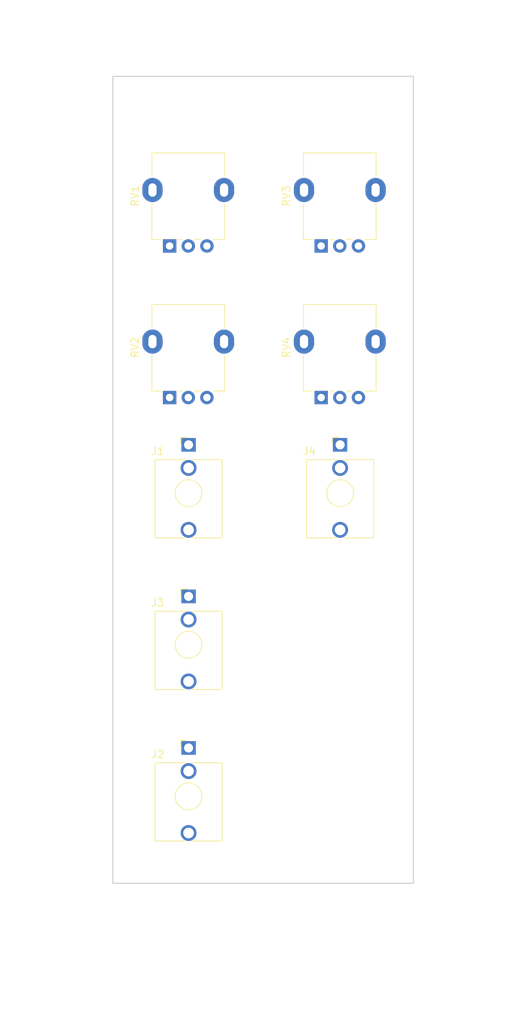
<source format=kicad_pcb>
(kicad_pcb (version 20171130) (host pcbnew 5.1.10)

  (general
    (thickness 1.6)
    (drawings 15)
    (tracks 0)
    (zones 0)
    (modules 12)
    (nets 22)
  )

  (page A4)
  (title_block
    (title "(title)")
    (comment 1 "PCB for panel")
    (comment 2 "(description)")
    (comment 4 "License CC BY 4.0 - Attribution 4.0 International")
  )

  (layers
    (0 F.Cu signal)
    (31 B.Cu signal)
    (32 B.Adhes user)
    (33 F.Adhes user)
    (34 B.Paste user)
    (35 F.Paste user)
    (36 B.SilkS user)
    (37 F.SilkS user)
    (38 B.Mask user)
    (39 F.Mask user)
    (40 Dwgs.User user)
    (41 Cmts.User user)
    (42 Eco1.User user)
    (43 Eco2.User user)
    (44 Edge.Cuts user)
    (45 Margin user)
    (46 B.CrtYd user)
    (47 F.CrtYd user)
    (48 B.Fab user)
    (49 F.Fab user)
  )

  (setup
    (last_trace_width 0.25)
    (user_trace_width 0.381)
    (user_trace_width 0.762)
    (trace_clearance 0.2)
    (zone_clearance 0.508)
    (zone_45_only no)
    (trace_min 0.2)
    (via_size 0.8)
    (via_drill 0.4)
    (via_min_size 0.4)
    (via_min_drill 0.3)
    (uvia_size 0.3)
    (uvia_drill 0.1)
    (uvias_allowed no)
    (uvia_min_size 0.2)
    (uvia_min_drill 0.1)
    (edge_width 0.05)
    (segment_width 0.2)
    (pcb_text_width 0.3)
    (pcb_text_size 1.5 1.5)
    (mod_edge_width 0.12)
    (mod_text_size 1 1)
    (mod_text_width 0.15)
    (pad_size 1.524 1.524)
    (pad_drill 0.762)
    (pad_to_mask_clearance 0)
    (aux_axis_origin 0 0)
    (visible_elements FFFFFF7F)
    (pcbplotparams
      (layerselection 0x010fc_ffffffff)
      (usegerberextensions false)
      (usegerberattributes true)
      (usegerberadvancedattributes true)
      (creategerberjobfile true)
      (excludeedgelayer true)
      (linewidth 0.100000)
      (plotframeref false)
      (viasonmask false)
      (mode 1)
      (useauxorigin false)
      (hpglpennumber 1)
      (hpglpenspeed 20)
      (hpglpendiameter 15.000000)
      (psnegative false)
      (psa4output false)
      (plotreference true)
      (plotvalue true)
      (plotinvisibletext false)
      (padsonsilk false)
      (subtractmaskfromsilk false)
      (outputformat 1)
      (mirror false)
      (drillshape 1)
      (scaleselection 1)
      (outputdirectory ""))
  )

  (net 0 "")
  (net 1 "Net-(J1-PadTN)")
  (net 2 GND)
  (net 3 "Net-(J1-PadT)")
  (net 4 "Net-(J2-PadTN)")
  (net 5 "Net-(J2-PadT)")
  (net 6 "Net-(J3-PadTN)")
  (net 7 "Net-(J3-PadT)")
  (net 8 "Net-(J4-PadTN)")
  (net 9 "Net-(J4-PadT)")
  (net 10 "Net-(RV1-Pad3)")
  (net 11 "Net-(RV1-Pad2)")
  (net 12 "Net-(RV1-Pad1)")
  (net 13 "Net-(RV2-Pad3)")
  (net 14 "Net-(RV2-Pad2)")
  (net 15 "Net-(RV2-Pad1)")
  (net 16 "Net-(RV3-Pad3)")
  (net 17 "Net-(RV3-Pad2)")
  (net 18 "Net-(RV3-Pad1)")
  (net 19 "Net-(RV4-Pad3)")
  (net 20 "Net-(RV4-Pad2)")
  (net 21 "Net-(RV4-Pad1)")

  (net_class Default "This is the default net class."
    (clearance 0.2)
    (trace_width 0.25)
    (via_dia 0.8)
    (via_drill 0.4)
    (uvia_dia 0.3)
    (uvia_drill 0.1)
    (add_net GND)
    (add_net "Net-(J1-PadT)")
    (add_net "Net-(J1-PadTN)")
    (add_net "Net-(J2-PadT)")
    (add_net "Net-(J2-PadTN)")
    (add_net "Net-(J3-PadT)")
    (add_net "Net-(J3-PadTN)")
    (add_net "Net-(J4-PadT)")
    (add_net "Net-(J4-PadTN)")
    (add_net "Net-(RV1-Pad1)")
    (add_net "Net-(RV1-Pad2)")
    (add_net "Net-(RV1-Pad3)")
    (add_net "Net-(RV2-Pad1)")
    (add_net "Net-(RV2-Pad2)")
    (add_net "Net-(RV2-Pad3)")
    (add_net "Net-(RV3-Pad1)")
    (add_net "Net-(RV3-Pad2)")
    (add_net "Net-(RV3-Pad3)")
    (add_net "Net-(RV4-Pad1)")
    (add_net "Net-(RV4-Pad2)")
    (add_net "Net-(RV4-Pad3)")
  )

  (module elektrophon:Potentiometer_Alpha_RD901F-40-00D_Single_Vertical (layer F.Cu) (tedit 5DA46BB9) (tstamp 6166C708)
    (at 81.28 86.36 90)
    (descr "Potentiometer, vertical, 9mm, single, http://www.taiwanalpha.com.tw/downloads?target=products&id=113")
    (tags "potentiometer vertical 9mm single")
    (path /617D5930)
    (fp_text reference RV4 (at -0.79 -7.18 270) (layer F.SilkS)
      (effects (font (size 1 1) (thickness 0.15)))
    )
    (fp_text value 500k (at -7.5 7.32 270) (layer F.Fab)
      (effects (font (size 1 1) (thickness 0.15)))
    )
    (fp_text user %R (at 0.12 0 90) (layer F.Fab)
      (effects (font (size 1 1) (thickness 0.15)))
    )
    (fp_line (start -8.65 6.37) (end 5.1 6.37) (layer F.CrtYd) (width 0.05))
    (fp_line (start -8.65 -6.45) (end -8.65 6.37) (layer F.CrtYd) (width 0.05))
    (fp_line (start 5.1 -6.45) (end -8.65 -6.45) (layer F.CrtYd) (width 0.05))
    (fp_line (start 5.1 6.37) (end 5.1 -6.45) (layer F.CrtYd) (width 0.05))
    (fp_line (start 4.97 4.83) (end 4.97 -4.91) (layer F.SilkS) (width 0.12))
    (fp_line (start -6.62 4.83) (end -6.62 3.34) (layer F.SilkS) (width 0.12))
    (fp_line (start 1.91 4.83) (end 4.97 4.83) (layer F.SilkS) (width 0.12))
    (fp_line (start -6.62 -4.92) (end -1.9 -4.92) (layer F.SilkS) (width 0.12))
    (fp_circle (center 0 -0.04) (end 0 -3.54) (layer F.Fab) (width 0.1))
    (fp_line (start -6.5 4.71) (end -6.5 -4.79) (layer F.Fab) (width 0.1))
    (fp_line (start 4.85 4.71) (end 4.85 -4.79) (layer F.Fab) (width 0.1))
    (fp_line (start -6.5 -4.79) (end 4.85 -4.79) (layer F.Fab) (width 0.1))
    (fp_line (start -6.5 4.71) (end 4.85 4.71) (layer F.Fab) (width 0.1))
    (fp_line (start 1.91 -4.91) (end 4.97 -4.91) (layer F.SilkS) (width 0.12))
    (fp_line (start -6.62 4.83) (end -1.9 4.83) (layer F.SilkS) (width 0.12))
    (fp_line (start -6.62 -3.73) (end -6.62 -4.91) (layer F.SilkS) (width 0.12))
    (fp_line (start -6.62 -0.83) (end -6.62 -1.36) (layer F.SilkS) (width 0.12))
    (fp_line (start -6.62 1.62) (end -6.62 0.79) (layer F.SilkS) (width 0.12))
    (pad "" thru_hole oval (at 0 -4.84 180) (size 2.72 3.24) (drill oval 1.1 1.8) (layers *.Cu *.Mask))
    (pad "" thru_hole oval (at 0 4.76 180) (size 2.72 3.24) (drill oval 1.1 1.8) (layers *.Cu *.Mask))
    (pad 3 thru_hole circle (at -7.5 2.46 180) (size 1.8 1.8) (drill 1) (layers *.Cu *.Mask)
      (net 19 "Net-(RV4-Pad3)"))
    (pad 2 thru_hole circle (at -7.5 -0.04 180) (size 1.8 1.8) (drill 1) (layers *.Cu *.Mask)
      (net 20 "Net-(RV4-Pad2)"))
    (pad 1 thru_hole rect (at -7.5 -2.54 180) (size 1.8 1.8) (drill 1) (layers *.Cu *.Mask)
      (net 21 "Net-(RV4-Pad1)"))
    (model ${KISYS3DMOD}/Potentiometer_THT.3dshapes/Potentiometer_Alpha_RD901F-40-00D_Single_Vertical.wrl
      (at (xyz 0 0 0))
      (scale (xyz 1 1 1))
      (rotate (xyz 0 0 0))
    )
    (model ${KIPRJMOD}/../../../lib/kicad/models/ALPHA-RD901F-40.step
      (at (xyz 0 0 0))
      (scale (xyz 1 1 1))
      (rotate (xyz 0 0 90))
    )
  )

  (module elektrophon:Potentiometer_Alpha_RD901F-40-00D_Single_Vertical (layer F.Cu) (tedit 5DA46BB9) (tstamp 6166C6EC)
    (at 81.28 66.04 90)
    (descr "Potentiometer, vertical, 9mm, single, http://www.taiwanalpha.com.tw/downloads?target=products&id=113")
    (tags "potentiometer vertical 9mm single")
    (path /617D5939)
    (fp_text reference RV3 (at -0.79 -7.18 270) (layer F.SilkS)
      (effects (font (size 1 1) (thickness 0.15)))
    )
    (fp_text value 100k (at -7.5 7.32 270) (layer F.Fab)
      (effects (font (size 1 1) (thickness 0.15)))
    )
    (fp_text user %R (at 0.12 0 90) (layer F.Fab)
      (effects (font (size 1 1) (thickness 0.15)))
    )
    (fp_line (start -8.65 6.37) (end 5.1 6.37) (layer F.CrtYd) (width 0.05))
    (fp_line (start -8.65 -6.45) (end -8.65 6.37) (layer F.CrtYd) (width 0.05))
    (fp_line (start 5.1 -6.45) (end -8.65 -6.45) (layer F.CrtYd) (width 0.05))
    (fp_line (start 5.1 6.37) (end 5.1 -6.45) (layer F.CrtYd) (width 0.05))
    (fp_line (start 4.97 4.83) (end 4.97 -4.91) (layer F.SilkS) (width 0.12))
    (fp_line (start -6.62 4.83) (end -6.62 3.34) (layer F.SilkS) (width 0.12))
    (fp_line (start 1.91 4.83) (end 4.97 4.83) (layer F.SilkS) (width 0.12))
    (fp_line (start -6.62 -4.92) (end -1.9 -4.92) (layer F.SilkS) (width 0.12))
    (fp_circle (center 0 -0.04) (end 0 -3.54) (layer F.Fab) (width 0.1))
    (fp_line (start -6.5 4.71) (end -6.5 -4.79) (layer F.Fab) (width 0.1))
    (fp_line (start 4.85 4.71) (end 4.85 -4.79) (layer F.Fab) (width 0.1))
    (fp_line (start -6.5 -4.79) (end 4.85 -4.79) (layer F.Fab) (width 0.1))
    (fp_line (start -6.5 4.71) (end 4.85 4.71) (layer F.Fab) (width 0.1))
    (fp_line (start 1.91 -4.91) (end 4.97 -4.91) (layer F.SilkS) (width 0.12))
    (fp_line (start -6.62 4.83) (end -1.9 4.83) (layer F.SilkS) (width 0.12))
    (fp_line (start -6.62 -3.73) (end -6.62 -4.91) (layer F.SilkS) (width 0.12))
    (fp_line (start -6.62 -0.83) (end -6.62 -1.36) (layer F.SilkS) (width 0.12))
    (fp_line (start -6.62 1.62) (end -6.62 0.79) (layer F.SilkS) (width 0.12))
    (pad "" thru_hole oval (at 0 -4.84 180) (size 2.72 3.24) (drill oval 1.1 1.8) (layers *.Cu *.Mask))
    (pad "" thru_hole oval (at 0 4.76 180) (size 2.72 3.24) (drill oval 1.1 1.8) (layers *.Cu *.Mask))
    (pad 3 thru_hole circle (at -7.5 2.46 180) (size 1.8 1.8) (drill 1) (layers *.Cu *.Mask)
      (net 16 "Net-(RV3-Pad3)"))
    (pad 2 thru_hole circle (at -7.5 -0.04 180) (size 1.8 1.8) (drill 1) (layers *.Cu *.Mask)
      (net 17 "Net-(RV3-Pad2)"))
    (pad 1 thru_hole rect (at -7.5 -2.54 180) (size 1.8 1.8) (drill 1) (layers *.Cu *.Mask)
      (net 18 "Net-(RV3-Pad1)"))
    (model ${KISYS3DMOD}/Potentiometer_THT.3dshapes/Potentiometer_Alpha_RD901F-40-00D_Single_Vertical.wrl
      (at (xyz 0 0 0))
      (scale (xyz 1 1 1))
      (rotate (xyz 0 0 0))
    )
    (model ${KIPRJMOD}/../../../lib/kicad/models/ALPHA-RD901F-40.step
      (at (xyz 0 0 0))
      (scale (xyz 1 1 1))
      (rotate (xyz 0 0 90))
    )
  )

  (module elektrophon:Potentiometer_Alpha_RD901F-40-00D_Single_Vertical (layer F.Cu) (tedit 5DA46BB9) (tstamp 6166C6D0)
    (at 60.96 86.36 90)
    (descr "Potentiometer, vertical, 9mm, single, http://www.taiwanalpha.com.tw/downloads?target=products&id=113")
    (tags "potentiometer vertical 9mm single")
    (path /6179E331)
    (fp_text reference RV2 (at -0.79 -7.18 270) (layer F.SilkS)
      (effects (font (size 1 1) (thickness 0.15)))
    )
    (fp_text value 500k (at -7.5 7.32 270) (layer F.Fab)
      (effects (font (size 1 1) (thickness 0.15)))
    )
    (fp_text user %R (at 0.12 0 90) (layer F.Fab)
      (effects (font (size 1 1) (thickness 0.15)))
    )
    (fp_line (start -8.65 6.37) (end 5.1 6.37) (layer F.CrtYd) (width 0.05))
    (fp_line (start -8.65 -6.45) (end -8.65 6.37) (layer F.CrtYd) (width 0.05))
    (fp_line (start 5.1 -6.45) (end -8.65 -6.45) (layer F.CrtYd) (width 0.05))
    (fp_line (start 5.1 6.37) (end 5.1 -6.45) (layer F.CrtYd) (width 0.05))
    (fp_line (start 4.97 4.83) (end 4.97 -4.91) (layer F.SilkS) (width 0.12))
    (fp_line (start -6.62 4.83) (end -6.62 3.34) (layer F.SilkS) (width 0.12))
    (fp_line (start 1.91 4.83) (end 4.97 4.83) (layer F.SilkS) (width 0.12))
    (fp_line (start -6.62 -4.92) (end -1.9 -4.92) (layer F.SilkS) (width 0.12))
    (fp_circle (center 0 -0.04) (end 0 -3.54) (layer F.Fab) (width 0.1))
    (fp_line (start -6.5 4.71) (end -6.5 -4.79) (layer F.Fab) (width 0.1))
    (fp_line (start 4.85 4.71) (end 4.85 -4.79) (layer F.Fab) (width 0.1))
    (fp_line (start -6.5 -4.79) (end 4.85 -4.79) (layer F.Fab) (width 0.1))
    (fp_line (start -6.5 4.71) (end 4.85 4.71) (layer F.Fab) (width 0.1))
    (fp_line (start 1.91 -4.91) (end 4.97 -4.91) (layer F.SilkS) (width 0.12))
    (fp_line (start -6.62 4.83) (end -1.9 4.83) (layer F.SilkS) (width 0.12))
    (fp_line (start -6.62 -3.73) (end -6.62 -4.91) (layer F.SilkS) (width 0.12))
    (fp_line (start -6.62 -0.83) (end -6.62 -1.36) (layer F.SilkS) (width 0.12))
    (fp_line (start -6.62 1.62) (end -6.62 0.79) (layer F.SilkS) (width 0.12))
    (pad "" thru_hole oval (at 0 -4.84 180) (size 2.72 3.24) (drill oval 1.1 1.8) (layers *.Cu *.Mask))
    (pad "" thru_hole oval (at 0 4.76 180) (size 2.72 3.24) (drill oval 1.1 1.8) (layers *.Cu *.Mask))
    (pad 3 thru_hole circle (at -7.5 2.46 180) (size 1.8 1.8) (drill 1) (layers *.Cu *.Mask)
      (net 13 "Net-(RV2-Pad3)"))
    (pad 2 thru_hole circle (at -7.5 -0.04 180) (size 1.8 1.8) (drill 1) (layers *.Cu *.Mask)
      (net 14 "Net-(RV2-Pad2)"))
    (pad 1 thru_hole rect (at -7.5 -2.54 180) (size 1.8 1.8) (drill 1) (layers *.Cu *.Mask)
      (net 15 "Net-(RV2-Pad1)"))
    (model ${KISYS3DMOD}/Potentiometer_THT.3dshapes/Potentiometer_Alpha_RD901F-40-00D_Single_Vertical.wrl
      (at (xyz 0 0 0))
      (scale (xyz 1 1 1))
      (rotate (xyz 0 0 0))
    )
    (model ${KIPRJMOD}/../../../lib/kicad/models/ALPHA-RD901F-40.step
      (at (xyz 0 0 0))
      (scale (xyz 1 1 1))
      (rotate (xyz 0 0 90))
    )
  )

  (module elektrophon:Potentiometer_Alpha_RD901F-40-00D_Single_Vertical (layer F.Cu) (tedit 5DA46BB9) (tstamp 6166C6B4)
    (at 60.96 66.04 90)
    (descr "Potentiometer, vertical, 9mm, single, http://www.taiwanalpha.com.tw/downloads?target=products&id=113")
    (tags "potentiometer vertical 9mm single")
    (path /6179E33A)
    (fp_text reference RV1 (at -0.79 -7.18 270) (layer F.SilkS)
      (effects (font (size 1 1) (thickness 0.15)))
    )
    (fp_text value 100k (at -7.5 7.32 270) (layer F.Fab)
      (effects (font (size 1 1) (thickness 0.15)))
    )
    (fp_text user %R (at 0.12 0 90) (layer F.Fab)
      (effects (font (size 1 1) (thickness 0.15)))
    )
    (fp_line (start -8.65 6.37) (end 5.1 6.37) (layer F.CrtYd) (width 0.05))
    (fp_line (start -8.65 -6.45) (end -8.65 6.37) (layer F.CrtYd) (width 0.05))
    (fp_line (start 5.1 -6.45) (end -8.65 -6.45) (layer F.CrtYd) (width 0.05))
    (fp_line (start 5.1 6.37) (end 5.1 -6.45) (layer F.CrtYd) (width 0.05))
    (fp_line (start 4.97 4.83) (end 4.97 -4.91) (layer F.SilkS) (width 0.12))
    (fp_line (start -6.62 4.83) (end -6.62 3.34) (layer F.SilkS) (width 0.12))
    (fp_line (start 1.91 4.83) (end 4.97 4.83) (layer F.SilkS) (width 0.12))
    (fp_line (start -6.62 -4.92) (end -1.9 -4.92) (layer F.SilkS) (width 0.12))
    (fp_circle (center 0 -0.04) (end 0 -3.54) (layer F.Fab) (width 0.1))
    (fp_line (start -6.5 4.71) (end -6.5 -4.79) (layer F.Fab) (width 0.1))
    (fp_line (start 4.85 4.71) (end 4.85 -4.79) (layer F.Fab) (width 0.1))
    (fp_line (start -6.5 -4.79) (end 4.85 -4.79) (layer F.Fab) (width 0.1))
    (fp_line (start -6.5 4.71) (end 4.85 4.71) (layer F.Fab) (width 0.1))
    (fp_line (start 1.91 -4.91) (end 4.97 -4.91) (layer F.SilkS) (width 0.12))
    (fp_line (start -6.62 4.83) (end -1.9 4.83) (layer F.SilkS) (width 0.12))
    (fp_line (start -6.62 -3.73) (end -6.62 -4.91) (layer F.SilkS) (width 0.12))
    (fp_line (start -6.62 -0.83) (end -6.62 -1.36) (layer F.SilkS) (width 0.12))
    (fp_line (start -6.62 1.62) (end -6.62 0.79) (layer F.SilkS) (width 0.12))
    (pad "" thru_hole oval (at 0 -4.84 180) (size 2.72 3.24) (drill oval 1.1 1.8) (layers *.Cu *.Mask))
    (pad "" thru_hole oval (at 0 4.76 180) (size 2.72 3.24) (drill oval 1.1 1.8) (layers *.Cu *.Mask))
    (pad 3 thru_hole circle (at -7.5 2.46 180) (size 1.8 1.8) (drill 1) (layers *.Cu *.Mask)
      (net 10 "Net-(RV1-Pad3)"))
    (pad 2 thru_hole circle (at -7.5 -0.04 180) (size 1.8 1.8) (drill 1) (layers *.Cu *.Mask)
      (net 11 "Net-(RV1-Pad2)"))
    (pad 1 thru_hole rect (at -7.5 -2.54 180) (size 1.8 1.8) (drill 1) (layers *.Cu *.Mask)
      (net 12 "Net-(RV1-Pad1)"))
    (model ${KISYS3DMOD}/Potentiometer_THT.3dshapes/Potentiometer_Alpha_RD901F-40-00D_Single_Vertical.wrl
      (at (xyz 0 0 0))
      (scale (xyz 1 1 1))
      (rotate (xyz 0 0 0))
    )
    (model ${KIPRJMOD}/../../../lib/kicad/models/ALPHA-RD901F-40.step
      (at (xyz 0 0 0))
      (scale (xyz 1 1 1))
      (rotate (xyz 0 0 90))
    )
  )

  (module elektrophon:Jack_3.5mm_WQP-PJ398SM_Vertical (layer F.Cu) (tedit 61178458) (tstamp 6166C698)
    (at 81.28 106.68)
    (descr "TRS 3.5mm, vertical, Thonkiconn, PCB mount, (http://www.qingpu-electronics.com/en/products/WQP-PJ398SM-362.html)")
    (tags "WQP-PJ398SM WQP-PJ301M-12 TRS 3.5mm mono vertical jack thonkiconn qingpu")
    (path /617BBE16)
    (fp_text reference J4 (at -4.13 -5.63) (layer F.SilkS)
      (effects (font (size 1 1) (thickness 0.15)))
    )
    (fp_text value AudioJack2_SwitchT (at 0 -1.48) (layer F.Fab)
      (effects (font (size 1 1) (thickness 0.15)))
    )
    (fp_text user KEEPOUT (at 0 0 180) (layer Cmts.User)
      (effects (font (size 0.4 0.4) (thickness 0.051)))
    )
    (fp_text user %R (at 0 1.52) (layer F.Fab)
      (effects (font (size 1 1) (thickness 0.15)))
    )
    (fp_line (start -5 6.5) (end -5 -7.9) (layer F.CrtYd) (width 0.05))
    (fp_line (start -4.5 6) (end -4.5 -4.4) (layer F.Fab) (width 0.1))
    (fp_line (start -4.5 -4.5) (end -4.5 6) (layer F.SilkS) (width 0.12))
    (fp_line (start 4.5 -4.5) (end 4.5 6) (layer F.SilkS) (width 0.12))
    (fp_circle (center 0 0) (end 1.5 0) (layer Dwgs.User) (width 0.12))
    (fp_line (start 0.09 1.48) (end 1.48 0.09) (layer Dwgs.User) (width 0.12))
    (fp_line (start -0.58 1.35) (end 1.36 -0.59) (layer Dwgs.User) (width 0.12))
    (fp_line (start -1.07 1.01) (end 1.01 -1.07) (layer Dwgs.User) (width 0.12))
    (fp_line (start -1.42 0.395) (end 0.4 -1.42) (layer Dwgs.User) (width 0.12))
    (fp_line (start -1.41 -0.46) (end -0.46 -1.41) (layer Dwgs.User) (width 0.12))
    (fp_line (start 4.5 6) (end 0.5 6) (layer F.SilkS) (width 0.12))
    (fp_line (start -0.5 6) (end -4.5 6) (layer F.SilkS) (width 0.12))
    (fp_line (start 4.5 -4.5) (end 0.35 -4.5) (layer F.SilkS) (width 0.12))
    (fp_line (start -0.35 -4.5) (end -4.5 -4.5) (layer F.SilkS) (width 0.12))
    (fp_circle (center 0 0) (end 1.8 0) (layer F.SilkS) (width 0.12))
    (fp_line (start -1.06 -7.48) (end -1.06 -6.68) (layer F.SilkS) (width 0.12))
    (fp_line (start -1.06 -7.48) (end -0.2 -7.48) (layer F.SilkS) (width 0.12))
    (fp_line (start 4.5 6) (end 4.5 -4.4) (layer F.Fab) (width 0.1))
    (fp_line (start 4.5 6) (end -4.5 6) (layer F.Fab) (width 0.1))
    (fp_line (start 5 6.5) (end 5 -7.9) (layer F.CrtYd) (width 0.05))
    (fp_line (start 5 6.5) (end -5 6.5) (layer F.CrtYd) (width 0.05))
    (fp_line (start 5 -7.9) (end -5 -7.9) (layer F.CrtYd) (width 0.05))
    (fp_line (start 4.5 -4.45) (end -4.5 -4.45) (layer F.Fab) (width 0.1))
    (fp_circle (center 0 0) (end 1.8 0) (layer F.Fab) (width 0.1))
    (fp_line (start 0 -6.48) (end 0 -4.45) (layer F.Fab) (width 0.1))
    (pad TN thru_hole circle (at 0 -3.38 180) (size 2.13 2.13) (drill 1.42) (layers *.Cu *.Mask)
      (net 8 "Net-(J4-PadTN)"))
    (pad S thru_hole rect (at 0 -6.48 180) (size 1.93 1.83) (drill 1.22) (layers *.Cu *.Mask)
      (net 2 GND))
    (pad T thru_hole circle (at 0 4.92 180) (size 2.13 2.13) (drill 1.43) (layers *.Cu *.Mask)
      (net 9 "Net-(J4-PadT)"))
    (model ${KISYS3DMOD}/Connector_Audio.3dshapes/Jack_3.5mm_QingPu_WQP-PJ398SM_Vertical.wrl
      (at (xyz 0 0 0))
      (scale (xyz 1 1 1))
      (rotate (xyz 0 0 0))
    )
    (model "${KIPRJMOD}/../../../lib/kicad/models/PJ301M-12 Thonkiconn v0.2.stp"
      (offset (xyz 0 -1 0))
      (scale (xyz 1 1 1))
      (rotate (xyz 0 0 180))
    )
  )

  (module elektrophon:Jack_3.5mm_WQP-PJ398SM_Vertical (layer F.Cu) (tedit 61178458) (tstamp 6166C676)
    (at 60.96 127)
    (descr "TRS 3.5mm, vertical, Thonkiconn, PCB mount, (http://www.qingpu-electronics.com/en/products/WQP-PJ398SM-362.html)")
    (tags "WQP-PJ398SM WQP-PJ301M-12 TRS 3.5mm mono vertical jack thonkiconn qingpu")
    (path /61763F69)
    (fp_text reference J3 (at -4.13 -5.63) (layer F.SilkS)
      (effects (font (size 1 1) (thickness 0.15)))
    )
    (fp_text value AudioJack2_SwitchT (at 0 -1.48) (layer F.Fab)
      (effects (font (size 1 1) (thickness 0.15)))
    )
    (fp_text user KEEPOUT (at 0 0 180) (layer Cmts.User)
      (effects (font (size 0.4 0.4) (thickness 0.051)))
    )
    (fp_text user %R (at 0 1.52) (layer F.Fab)
      (effects (font (size 1 1) (thickness 0.15)))
    )
    (fp_line (start -5 6.5) (end -5 -7.9) (layer F.CrtYd) (width 0.05))
    (fp_line (start -4.5 6) (end -4.5 -4.4) (layer F.Fab) (width 0.1))
    (fp_line (start -4.5 -4.5) (end -4.5 6) (layer F.SilkS) (width 0.12))
    (fp_line (start 4.5 -4.5) (end 4.5 6) (layer F.SilkS) (width 0.12))
    (fp_circle (center 0 0) (end 1.5 0) (layer Dwgs.User) (width 0.12))
    (fp_line (start 0.09 1.48) (end 1.48 0.09) (layer Dwgs.User) (width 0.12))
    (fp_line (start -0.58 1.35) (end 1.36 -0.59) (layer Dwgs.User) (width 0.12))
    (fp_line (start -1.07 1.01) (end 1.01 -1.07) (layer Dwgs.User) (width 0.12))
    (fp_line (start -1.42 0.395) (end 0.4 -1.42) (layer Dwgs.User) (width 0.12))
    (fp_line (start -1.41 -0.46) (end -0.46 -1.41) (layer Dwgs.User) (width 0.12))
    (fp_line (start 4.5 6) (end 0.5 6) (layer F.SilkS) (width 0.12))
    (fp_line (start -0.5 6) (end -4.5 6) (layer F.SilkS) (width 0.12))
    (fp_line (start 4.5 -4.5) (end 0.35 -4.5) (layer F.SilkS) (width 0.12))
    (fp_line (start -0.35 -4.5) (end -4.5 -4.5) (layer F.SilkS) (width 0.12))
    (fp_circle (center 0 0) (end 1.8 0) (layer F.SilkS) (width 0.12))
    (fp_line (start -1.06 -7.48) (end -1.06 -6.68) (layer F.SilkS) (width 0.12))
    (fp_line (start -1.06 -7.48) (end -0.2 -7.48) (layer F.SilkS) (width 0.12))
    (fp_line (start 4.5 6) (end 4.5 -4.4) (layer F.Fab) (width 0.1))
    (fp_line (start 4.5 6) (end -4.5 6) (layer F.Fab) (width 0.1))
    (fp_line (start 5 6.5) (end 5 -7.9) (layer F.CrtYd) (width 0.05))
    (fp_line (start 5 6.5) (end -5 6.5) (layer F.CrtYd) (width 0.05))
    (fp_line (start 5 -7.9) (end -5 -7.9) (layer F.CrtYd) (width 0.05))
    (fp_line (start 4.5 -4.45) (end -4.5 -4.45) (layer F.Fab) (width 0.1))
    (fp_circle (center 0 0) (end 1.8 0) (layer F.Fab) (width 0.1))
    (fp_line (start 0 -6.48) (end 0 -4.45) (layer F.Fab) (width 0.1))
    (pad TN thru_hole circle (at 0 -3.38 180) (size 2.13 2.13) (drill 1.42) (layers *.Cu *.Mask)
      (net 6 "Net-(J3-PadTN)"))
    (pad S thru_hole rect (at 0 -6.48 180) (size 1.93 1.83) (drill 1.22) (layers *.Cu *.Mask)
      (net 2 GND))
    (pad T thru_hole circle (at 0 4.92 180) (size 2.13 2.13) (drill 1.43) (layers *.Cu *.Mask)
      (net 7 "Net-(J3-PadT)"))
    (model ${KISYS3DMOD}/Connector_Audio.3dshapes/Jack_3.5mm_QingPu_WQP-PJ398SM_Vertical.wrl
      (at (xyz 0 0 0))
      (scale (xyz 1 1 1))
      (rotate (xyz 0 0 0))
    )
    (model "${KIPRJMOD}/../../../lib/kicad/models/PJ301M-12 Thonkiconn v0.2.stp"
      (offset (xyz 0 -1 0))
      (scale (xyz 1 1 1))
      (rotate (xyz 0 0 180))
    )
  )

  (module elektrophon:Jack_3.5mm_WQP-PJ398SM_Vertical (layer F.Cu) (tedit 61178458) (tstamp 6166C654)
    (at 60.96 147.32)
    (descr "TRS 3.5mm, vertical, Thonkiconn, PCB mount, (http://www.qingpu-electronics.com/en/products/WQP-PJ398SM-362.html)")
    (tags "WQP-PJ398SM WQP-PJ301M-12 TRS 3.5mm mono vertical jack thonkiconn qingpu")
    (path /6175C77F)
    (fp_text reference J2 (at -4.13 -5.63) (layer F.SilkS)
      (effects (font (size 1 1) (thickness 0.15)))
    )
    (fp_text value AudioJack2_SwitchT (at 0 -1.48) (layer F.Fab)
      (effects (font (size 1 1) (thickness 0.15)))
    )
    (fp_text user KEEPOUT (at 0 0 180) (layer Cmts.User)
      (effects (font (size 0.4 0.4) (thickness 0.051)))
    )
    (fp_text user %R (at 0 1.52) (layer F.Fab)
      (effects (font (size 1 1) (thickness 0.15)))
    )
    (fp_line (start -5 6.5) (end -5 -7.9) (layer F.CrtYd) (width 0.05))
    (fp_line (start -4.5 6) (end -4.5 -4.4) (layer F.Fab) (width 0.1))
    (fp_line (start -4.5 -4.5) (end -4.5 6) (layer F.SilkS) (width 0.12))
    (fp_line (start 4.5 -4.5) (end 4.5 6) (layer F.SilkS) (width 0.12))
    (fp_circle (center 0 0) (end 1.5 0) (layer Dwgs.User) (width 0.12))
    (fp_line (start 0.09 1.48) (end 1.48 0.09) (layer Dwgs.User) (width 0.12))
    (fp_line (start -0.58 1.35) (end 1.36 -0.59) (layer Dwgs.User) (width 0.12))
    (fp_line (start -1.07 1.01) (end 1.01 -1.07) (layer Dwgs.User) (width 0.12))
    (fp_line (start -1.42 0.395) (end 0.4 -1.42) (layer Dwgs.User) (width 0.12))
    (fp_line (start -1.41 -0.46) (end -0.46 -1.41) (layer Dwgs.User) (width 0.12))
    (fp_line (start 4.5 6) (end 0.5 6) (layer F.SilkS) (width 0.12))
    (fp_line (start -0.5 6) (end -4.5 6) (layer F.SilkS) (width 0.12))
    (fp_line (start 4.5 -4.5) (end 0.35 -4.5) (layer F.SilkS) (width 0.12))
    (fp_line (start -0.35 -4.5) (end -4.5 -4.5) (layer F.SilkS) (width 0.12))
    (fp_circle (center 0 0) (end 1.8 0) (layer F.SilkS) (width 0.12))
    (fp_line (start -1.06 -7.48) (end -1.06 -6.68) (layer F.SilkS) (width 0.12))
    (fp_line (start -1.06 -7.48) (end -0.2 -7.48) (layer F.SilkS) (width 0.12))
    (fp_line (start 4.5 6) (end 4.5 -4.4) (layer F.Fab) (width 0.1))
    (fp_line (start 4.5 6) (end -4.5 6) (layer F.Fab) (width 0.1))
    (fp_line (start 5 6.5) (end 5 -7.9) (layer F.CrtYd) (width 0.05))
    (fp_line (start 5 6.5) (end -5 6.5) (layer F.CrtYd) (width 0.05))
    (fp_line (start 5 -7.9) (end -5 -7.9) (layer F.CrtYd) (width 0.05))
    (fp_line (start 4.5 -4.45) (end -4.5 -4.45) (layer F.Fab) (width 0.1))
    (fp_circle (center 0 0) (end 1.8 0) (layer F.Fab) (width 0.1))
    (fp_line (start 0 -6.48) (end 0 -4.45) (layer F.Fab) (width 0.1))
    (pad TN thru_hole circle (at 0 -3.38 180) (size 2.13 2.13) (drill 1.42) (layers *.Cu *.Mask)
      (net 4 "Net-(J2-PadTN)"))
    (pad S thru_hole rect (at 0 -6.48 180) (size 1.93 1.83) (drill 1.22) (layers *.Cu *.Mask)
      (net 2 GND))
    (pad T thru_hole circle (at 0 4.92 180) (size 2.13 2.13) (drill 1.43) (layers *.Cu *.Mask)
      (net 5 "Net-(J2-PadT)"))
    (model ${KISYS3DMOD}/Connector_Audio.3dshapes/Jack_3.5mm_QingPu_WQP-PJ398SM_Vertical.wrl
      (at (xyz 0 0 0))
      (scale (xyz 1 1 1))
      (rotate (xyz 0 0 0))
    )
    (model "${KIPRJMOD}/../../../lib/kicad/models/PJ301M-12 Thonkiconn v0.2.stp"
      (offset (xyz 0 -1 0))
      (scale (xyz 1 1 1))
      (rotate (xyz 0 0 180))
    )
  )

  (module elektrophon:Jack_3.5mm_WQP-PJ398SM_Vertical (layer F.Cu) (tedit 61178458) (tstamp 6166C632)
    (at 60.96 106.68)
    (descr "TRS 3.5mm, vertical, Thonkiconn, PCB mount, (http://www.qingpu-electronics.com/en/products/WQP-PJ398SM-362.html)")
    (tags "WQP-PJ398SM WQP-PJ301M-12 TRS 3.5mm mono vertical jack thonkiconn qingpu")
    (path /6174BCCC)
    (fp_text reference J1 (at -4.13 -5.63) (layer F.SilkS)
      (effects (font (size 1 1) (thickness 0.15)))
    )
    (fp_text value AudioJack2_SwitchT (at 0 -1.48) (layer F.Fab)
      (effects (font (size 1 1) (thickness 0.15)))
    )
    (fp_text user KEEPOUT (at 0 0 180) (layer Cmts.User)
      (effects (font (size 0.4 0.4) (thickness 0.051)))
    )
    (fp_text user %R (at 0 1.52) (layer F.Fab)
      (effects (font (size 1 1) (thickness 0.15)))
    )
    (fp_line (start -5 6.5) (end -5 -7.9) (layer F.CrtYd) (width 0.05))
    (fp_line (start -4.5 6) (end -4.5 -4.4) (layer F.Fab) (width 0.1))
    (fp_line (start -4.5 -4.5) (end -4.5 6) (layer F.SilkS) (width 0.12))
    (fp_line (start 4.5 -4.5) (end 4.5 6) (layer F.SilkS) (width 0.12))
    (fp_circle (center 0 0) (end 1.5 0) (layer Dwgs.User) (width 0.12))
    (fp_line (start 0.09 1.48) (end 1.48 0.09) (layer Dwgs.User) (width 0.12))
    (fp_line (start -0.58 1.35) (end 1.36 -0.59) (layer Dwgs.User) (width 0.12))
    (fp_line (start -1.07 1.01) (end 1.01 -1.07) (layer Dwgs.User) (width 0.12))
    (fp_line (start -1.42 0.395) (end 0.4 -1.42) (layer Dwgs.User) (width 0.12))
    (fp_line (start -1.41 -0.46) (end -0.46 -1.41) (layer Dwgs.User) (width 0.12))
    (fp_line (start 4.5 6) (end 0.5 6) (layer F.SilkS) (width 0.12))
    (fp_line (start -0.5 6) (end -4.5 6) (layer F.SilkS) (width 0.12))
    (fp_line (start 4.5 -4.5) (end 0.35 -4.5) (layer F.SilkS) (width 0.12))
    (fp_line (start -0.35 -4.5) (end -4.5 -4.5) (layer F.SilkS) (width 0.12))
    (fp_circle (center 0 0) (end 1.8 0) (layer F.SilkS) (width 0.12))
    (fp_line (start -1.06 -7.48) (end -1.06 -6.68) (layer F.SilkS) (width 0.12))
    (fp_line (start -1.06 -7.48) (end -0.2 -7.48) (layer F.SilkS) (width 0.12))
    (fp_line (start 4.5 6) (end 4.5 -4.4) (layer F.Fab) (width 0.1))
    (fp_line (start 4.5 6) (end -4.5 6) (layer F.Fab) (width 0.1))
    (fp_line (start 5 6.5) (end 5 -7.9) (layer F.CrtYd) (width 0.05))
    (fp_line (start 5 6.5) (end -5 6.5) (layer F.CrtYd) (width 0.05))
    (fp_line (start 5 -7.9) (end -5 -7.9) (layer F.CrtYd) (width 0.05))
    (fp_line (start 4.5 -4.45) (end -4.5 -4.45) (layer F.Fab) (width 0.1))
    (fp_circle (center 0 0) (end 1.8 0) (layer F.Fab) (width 0.1))
    (fp_line (start 0 -6.48) (end 0 -4.45) (layer F.Fab) (width 0.1))
    (pad TN thru_hole circle (at 0 -3.38 180) (size 2.13 2.13) (drill 1.42) (layers *.Cu *.Mask)
      (net 1 "Net-(J1-PadTN)"))
    (pad S thru_hole rect (at 0 -6.48 180) (size 1.93 1.83) (drill 1.22) (layers *.Cu *.Mask)
      (net 2 GND))
    (pad T thru_hole circle (at 0 4.92 180) (size 2.13 2.13) (drill 1.43) (layers *.Cu *.Mask)
      (net 3 "Net-(J1-PadT)"))
    (model ${KISYS3DMOD}/Connector_Audio.3dshapes/Jack_3.5mm_QingPu_WQP-PJ398SM_Vertical.wrl
      (at (xyz 0 0 0))
      (scale (xyz 1 1 1))
      (rotate (xyz 0 0 0))
    )
    (model "${KIPRJMOD}/../../../lib/kicad/models/PJ301M-12 Thonkiconn v0.2.stp"
      (offset (xyz 0 -1 0))
      (scale (xyz 1 1 1))
      (rotate (xyz 0 0 180))
    )
  )

  (module MountingHole:MountingHole_2.2mm_M2 locked (layer F.Cu) (tedit 56D1B4CB) (tstamp 60979B0E)
    (at 88.56 156.44)
    (descr "Mounting Hole 2.2mm, no annular, M2")
    (tags "mounting hole 2.2mm no annular m2")
    (path /6098DED0)
    (attr virtual)
    (fp_text reference H4 (at 0 -3.2) (layer F.SilkS) hide
      (effects (font (size 1 1) (thickness 0.15)))
    )
    (fp_text value MountingHole (at 0 3.2) (layer F.Fab) hide
      (effects (font (size 1 1) (thickness 0.15)))
    )
    (fp_circle (center 0 0) (end 2.2 0) (layer Cmts.User) (width 0.15))
    (fp_circle (center 0 0) (end 2.45 0) (layer F.CrtYd) (width 0.05))
    (fp_text user %R (at 0.3 0) (layer F.Fab) hide
      (effects (font (size 1 1) (thickness 0.15)))
    )
    (pad 1 np_thru_hole circle (at 0 0) (size 2.2 2.2) (drill 2.2) (layers *.Cu *.Mask))
  )

  (module MountingHole:MountingHole_2.2mm_M2 locked (layer F.Cu) (tedit 56D1B4CB) (tstamp 60979B06)
    (at 53.34 156.44)
    (descr "Mounting Hole 2.2mm, no annular, M2")
    (tags "mounting hole 2.2mm no annular m2")
    (path /6098DECA)
    (attr virtual)
    (fp_text reference H3 (at 0 -3.2) (layer F.SilkS) hide
      (effects (font (size 1 1) (thickness 0.15)))
    )
    (fp_text value MountingHole (at 0 3.2) (layer F.Fab) hide
      (effects (font (size 1 1) (thickness 0.15)))
    )
    (fp_circle (center 0 0) (end 2.2 0) (layer Cmts.User) (width 0.15))
    (fp_circle (center 0 0) (end 2.45 0) (layer F.CrtYd) (width 0.05))
    (fp_text user %R (at 0.3 0) (layer F.Fab) hide
      (effects (font (size 1 1) (thickness 0.15)))
    )
    (pad 1 np_thru_hole circle (at 0 0) (size 2.2 2.2) (drill 2.2) (layers *.Cu *.Mask))
  )

  (module MountingHole:MountingHole_2.2mm_M2 locked (layer F.Cu) (tedit 56D1B4CB) (tstamp 60979AFE)
    (at 88.56 53.34)
    (descr "Mounting Hole 2.2mm, no annular, M2")
    (tags "mounting hole 2.2mm no annular m2")
    (path /6097A580)
    (attr virtual)
    (fp_text reference H2 (at 0 -3.2) (layer F.SilkS) hide
      (effects (font (size 1 1) (thickness 0.15)))
    )
    (fp_text value MountingHole (at 0 3.2) (layer F.Fab) hide
      (effects (font (size 1 1) (thickness 0.15)))
    )
    (fp_circle (center 0 0) (end 2.2 0) (layer Cmts.User) (width 0.15))
    (fp_circle (center 0 0) (end 2.45 0) (layer F.CrtYd) (width 0.05))
    (fp_text user %R (at 0.3 0) (layer F.Fab) hide
      (effects (font (size 1 1) (thickness 0.15)))
    )
    (pad 1 np_thru_hole circle (at 0 0) (size 2.2 2.2) (drill 2.2) (layers *.Cu *.Mask))
  )

  (module MountingHole:MountingHole_2.2mm_M2 (layer F.Cu) (tedit 56D1B4CB) (tstamp 6097E80B)
    (at 53.34 53.34)
    (descr "Mounting Hole 2.2mm, no annular, M2")
    (tags "mounting hole 2.2mm no annular m2")
    (path /6097A217)
    (attr virtual)
    (fp_text reference H1 (at 0 -3.2) (layer F.SilkS) hide
      (effects (font (size 1 1) (thickness 0.15)))
    )
    (fp_text value MountingHole (at 0 3.2) (layer F.Fab) hide
      (effects (font (size 1 1) (thickness 0.15)))
    )
    (fp_circle (center 0 0) (end 2.2 0) (layer Cmts.User) (width 0.15))
    (fp_circle (center 0 0) (end 2.45 0) (layer F.CrtYd) (width 0.05))
    (fp_text user %R (at 0.3 0) (layer F.Fab) hide
      (effects (font (size 1 1) (thickness 0.15)))
    )
    (pad 1 np_thru_hole circle (at 0 0) (size 2.2 2.2) (drill 2.2) (layers *.Cu *.Mask))
  )

  (dimension 11.66 (width 0.15) (layer Dwgs.User)
    (gr_text "11.660 mm" (at 44.42 153.15 270) (layer Dwgs.User)
      (effects (font (size 1 1) (thickness 0.15)))
    )
    (feature1 (pts (xy 50.8 158.98) (xy 45.133579 158.98)))
    (feature2 (pts (xy 50.8 147.32) (xy 45.133579 147.32)))
    (crossbar (pts (xy 45.72 147.32) (xy 45.72 158.98)))
    (arrow1a (pts (xy 45.72 158.98) (xy 45.133579 157.853496)))
    (arrow1b (pts (xy 45.72 158.98) (xy 46.306421 157.853496)))
    (arrow2a (pts (xy 45.72 147.32) (xy 45.133579 148.446504)))
    (arrow2b (pts (xy 45.72 147.32) (xy 46.306421 148.446504)))
  )
  (dimension 15.24 (width 0.15) (layer Dwgs.User)
    (gr_text "15.240 mm" (at 39.34 58.42 90) (layer Dwgs.User)
      (effects (font (size 1 1) (thickness 0.15)))
    )
    (feature1 (pts (xy 50.8 50.8) (xy 40.053579 50.8)))
    (feature2 (pts (xy 50.8 66.04) (xy 40.053579 66.04)))
    (crossbar (pts (xy 40.64 66.04) (xy 40.64 50.8)))
    (arrow1a (pts (xy 40.64 50.8) (xy 41.226421 51.926504)))
    (arrow1b (pts (xy 40.64 50.8) (xy 40.053579 51.926504)))
    (arrow2a (pts (xy 40.64 66.04) (xy 41.226421 64.913496)))
    (arrow2b (pts (xy 40.64 66.04) (xy 40.053579 64.913496)))
  )
  (dimension 108.18 (width 0.15) (layer Dwgs.User)
    (gr_text "108.180 mm" (at 102.9 104.89 90) (layer Dwgs.User)
      (effects (font (size 1 1) (thickness 0.15)))
    )
    (feature1 (pts (xy 91.1 50.8) (xy 102.186421 50.8)))
    (feature2 (pts (xy 91.1 158.98) (xy 102.186421 158.98)))
    (crossbar (pts (xy 101.6 158.98) (xy 101.6 50.8)))
    (arrow1a (pts (xy 101.6 50.8) (xy 102.186421 51.926504)))
    (arrow1b (pts (xy 101.6 50.8) (xy 101.013579 51.926504)))
    (arrow2a (pts (xy 101.6 158.98) (xy 102.186421 157.853496)))
    (arrow2b (pts (xy 101.6 158.98) (xy 101.013579 157.853496)))
  )
  (gr_line (start 50.8 147.32) (end 106.68 147.32) (layer Dwgs.User) (width 0.15) (tstamp 6097E920))
  (gr_line (start 50.8 127) (end 106.68 127) (layer Dwgs.User) (width 0.15) (tstamp 6097E91D))
  (gr_line (start 50.8 106.68) (end 106.68 106.68) (layer Dwgs.User) (width 0.15) (tstamp 6097E917))
  (gr_line (start 50.8 66.04) (end 106.68 66.04) (layer Dwgs.User) (width 0.15) (tstamp 6097E905))
  (gr_line (start 50.8 86.36) (end 106.68 86.36) (layer Dwgs.User) (width 0.15))
  (gr_line (start 81.28 40.64) (end 81.28 177.8) (layer Dwgs.User) (width 0.15))
  (gr_line (start 60.96 40.64) (end 60.96 177.8) (layer Dwgs.User) (width 0.15))
  (dimension 40.3 (width 0.15) (layer Dwgs.User)
    (gr_text "40.300 mm" (at 70.95 44.42) (layer Dwgs.User)
      (effects (font (size 1 1) (thickness 0.15)))
    )
    (feature1 (pts (xy 91.1 50.8) (xy 91.1 45.133579)))
    (feature2 (pts (xy 50.8 50.8) (xy 50.8 45.133579)))
    (crossbar (pts (xy 50.8 45.72) (xy 91.1 45.72)))
    (arrow1a (pts (xy 91.1 45.72) (xy 89.973496 46.306421)))
    (arrow1b (pts (xy 91.1 45.72) (xy 89.973496 45.133579)))
    (arrow2a (pts (xy 50.8 45.72) (xy 51.926504 46.306421)))
    (arrow2b (pts (xy 50.8 45.72) (xy 51.926504 45.133579)))
  )
  (gr_line (start 50.8 50.8) (end 50.8 158.98) (layer Edge.Cuts) (width 0.15) (tstamp 60977F7D))
  (gr_line (start 91.1 158.98) (end 50.8 158.98) (layer Edge.Cuts) (width 0.15))
  (gr_line (start 91.1 50.8) (end 91.1 158.98) (layer Edge.Cuts) (width 0.15))
  (gr_line (start 50.8 50.8) (end 91.1 50.8) (layer Edge.Cuts) (width 0.15))

)

</source>
